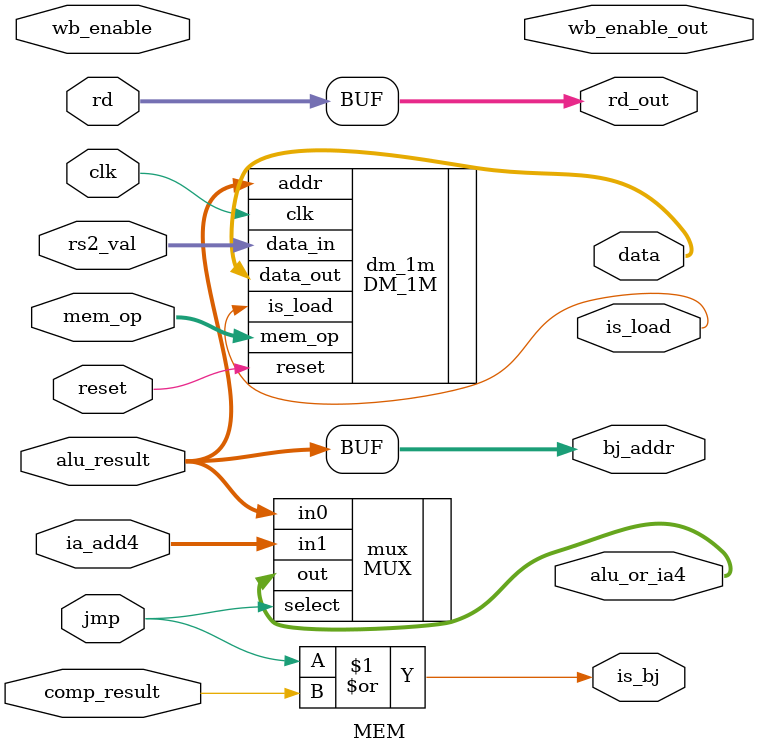
<source format=v>
`timescale 1ns/1ps
module MEM (
    //输入
    input clk,//时钟信号
    input reset,//复位信号
    input jmp,//是否为无条件跳转指令
    input[2:0] mem_op,//数据存储器操作码
    input[31:0] ia_add4,//当前指令地址+4的值
    input[31:0] alu_result,//ALU计算结果
    input[31:0] rs2_val,//源2寄存器的值，store用来写入数据存储器
    input comp_result,//比较器比较结果
    input[4:0] rd,//目的寄存器id
    input wb_enable,//写回使能
    //输出
    output wire is_bj,//是否是branch或者jmp指令,控制多路选择器
    output wire[31:0] bj_addr,//branch或者jmp指令的跳转目的地址
    output reg[31:0] alu_or_ia4,//alu结果或者是当前指令地址+4的值
    output reg[31:0] data,//数据存储器读出的数据
    output reg is_load,//是否是load指令
    output reg[4:0] rd_out,//目的寄存器id，直接输出
    output reg wb_enable_out//写回使能直接传递
);
    assign is_bj=jmp | comp_result;
    assign bj_addr=alu_result;
    assign rd_out=rd;
    
    DM_1M dm_1m (
        .clk(clk),
        .reset(reset),
        .addr(alu_result),
        .data_in(rs2_val),
        .mem_op(mem_op),
        .data_out(data),
        .is_load(is_load)
    );

    MUX mux (
        .select(jmp),
        .in0(alu_result),
        .in1(ia_add4),
        .out(alu_or_ia4)
    );
endmodule
</source>
